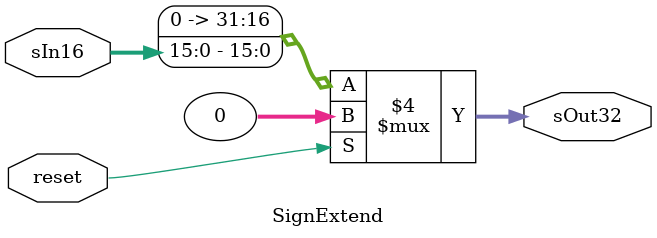
<source format=v>
module SignExtend(sOut32, sIn16, reset);
    output [31:0] sOut32;
    input [15:0] sIn16;
    input reset;
    reg [31:0] sOut32;
    always @*
        begin
            if(reset == 1)
                sOut32 = 0;
            else
                 sOut32 = {{16{1'b0}},sIn16};
        end
endmodule

</source>
